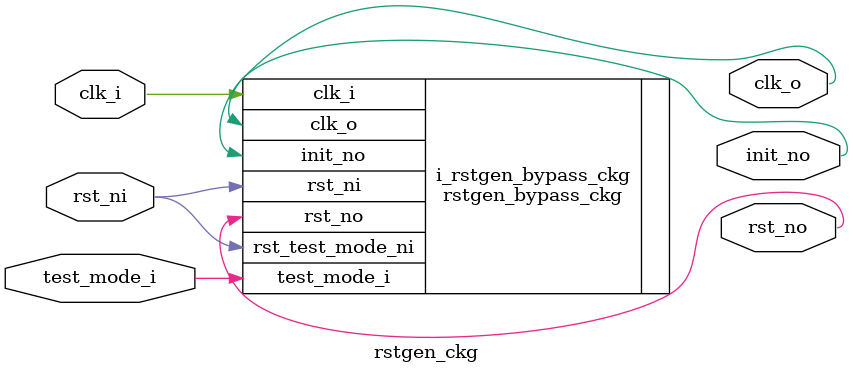
<source format=sv>


module rstgen_ckg (
    input  logic clk_i,
    input  logic rst_ni,
    input  logic test_mode_i,
    output logic rst_no,
    output logic init_no,
    output logic clk_o
);

    rstgen_bypass_ckg i_rstgen_bypass_ckg (
        .clk_i            ( clk_i       ),
        .rst_ni           ( rst_ni      ),
        .rst_test_mode_ni ( rst_ni      ),
        .test_mode_i      ( test_mode_i ),
        .rst_no           ( rst_no      ),
        .init_no          ( init_no     ),
        .clk_o            ( clk_o       )
    );

endmodule

</source>
